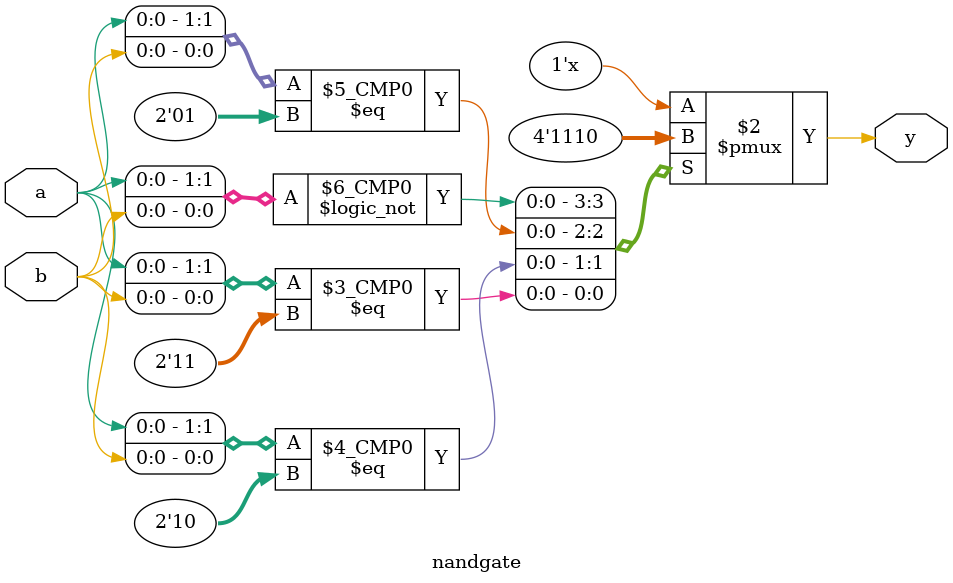
<source format=v>
module nandgate (a,b,y);
  
  input a,b;
  output reg y;
  
  always @ (a,b)
    begin
      case({a,b})
        2'b00: y=1;
        2'b01: y=1;
        2'b10: y=1;
        2'b11: y=0;
      endcase
    end
  
  
endmodule
</source>
